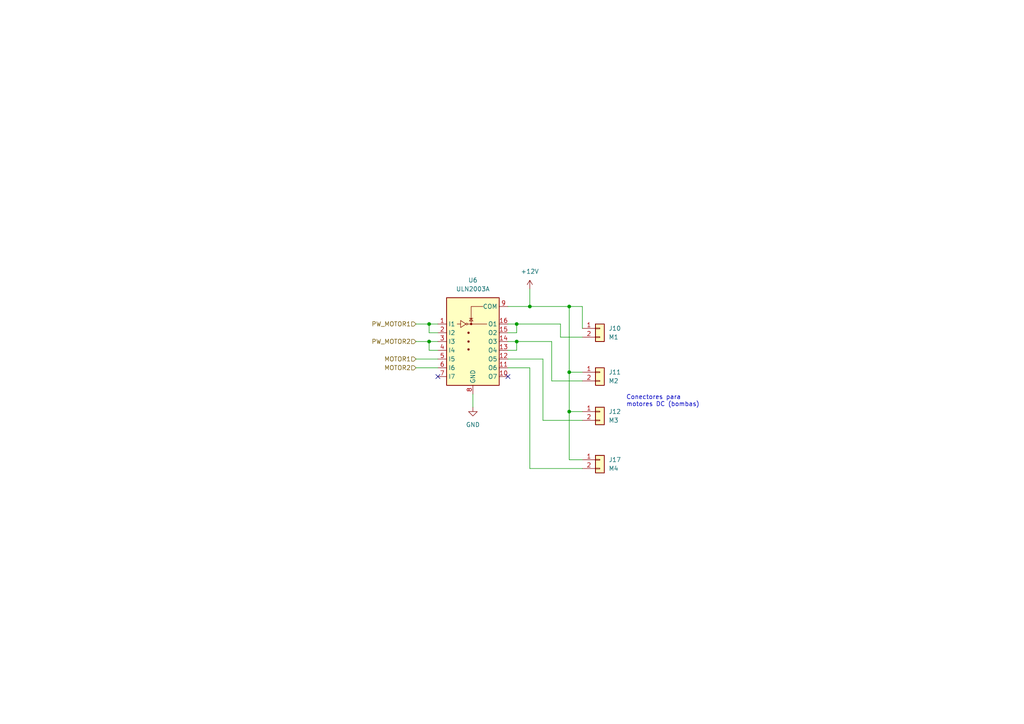
<source format=kicad_sch>
(kicad_sch (version 20211123) (generator eeschema)
  (paper "A4")
  (lib_symbols
    (symbol "Connector_Generic:Conn_01x02" (pin_names (offset 1.016) hide)
      (property "Reference" "J" (at 0 2.54 0))
      (property "Value" "Conn_01x02" (at 0 -5.08 0))
      (symbol "Conn_01x02_1_1"
        (rectangle (start -1.27 -2.413) (end 0 -2.667) (stroke (width 0.1524)))
        (rectangle (start -1.27 0.127) (end 0 -0.127) (stroke (width 0.1524)))
        (rectangle (start -1.27 1.27) (end 1.27 -3.81) (stroke (width 0.254)) (fill (type background)))
        (pin passive line (at -5.08 0 0) (length 3.81) (name "Pin_1") (number "1"))
        (pin passive line (at -5.08 -2.54 0) (length 3.81) (name "Pin_2") (number "2"))
      )
    )
    (symbol "Transistor_Array:ULN2003A"
      (property "Reference" "U" (at 0 15.875 0))
      (property "Value" "ULN2003A" (at 0 13.97 0))
      (symbol "ULN2003A_0_1"
        (rectangle (start -7.62 -12.7) (end 7.62 12.7) (stroke (width 0.254)) (fill (type background)))
        (circle (center -1.778 5.08) (radius 0.254))
        (circle (center -1.27 -2.286) (radius 0.254) (fill (type outline)))
        (circle (center -1.27 0) (radius 0.254) (fill (type outline)))
        (circle (center -1.27 2.54) (radius 0.254) (fill (type outline)))
        (circle (center -0.508 5.08) (radius 0.254) (fill (type outline)))
        (polyline (pts (xy -4.572 5.08) (xy -3.556 5.08)))
        (polyline (pts (xy -1.524 5.08) (xy 4.064 5.08)))
        (polyline (pts (xy 0 6.731) (xy -1.016 6.731)))
        (polyline (pts (xy -0.508 5.08) (xy -0.508 10.16) (xy 2.921 10.16)))
        (polyline (pts (xy -3.556 6.096) (xy -3.556 4.064) (xy -2.032 5.08) (xy -3.556 6.096)))
        (polyline (pts (xy 0 5.969) (xy -1.016 5.969) (xy -0.508 6.731) (xy 0 5.969)))
      )
      (symbol "ULN2003A_1_1"
        (pin input line (at -10.16 5.08 0) (length 2.54) (name "I1") (number "1"))
        (pin open_collector line (at 10.16 -10.16 180) (length 2.54) (name "O7") (number "10"))
        (pin open_collector line (at 10.16 -7.62 180) (length 2.54) (name "O6") (number "11"))
        (pin open_collector line (at 10.16 -5.08 180) (length 2.54) (name "O5") (number "12"))
        (pin open_collector line (at 10.16 -2.54 180) (length 2.54) (name "O4") (number "13"))
        (pin open_collector line (at 10.16 0 180) (length 2.54) (name "O3") (number "14"))
        (pin open_collector line (at 10.16 2.54 180) (length 2.54) (name "O2") (number "15"))
        (pin open_collector line (at 10.16 5.08 180) (length 2.54) (name "O1") (number "16"))
        (pin input line (at -10.16 2.54 0) (length 2.54) (name "I2") (number "2"))
        (pin input line (at -10.16 0 0) (length 2.54) (name "I3") (number "3"))
        (pin input line (at -10.16 -2.54 0) (length 2.54) (name "I4") (number "4"))
        (pin input line (at -10.16 -5.08 0) (length 2.54) (name "I5") (number "5"))
        (pin input line (at -10.16 -7.62 0) (length 2.54) (name "I6") (number "6"))
        (pin input line (at -10.16 -10.16 0) (length 2.54) (name "I7") (number "7"))
        (pin power_in line (at 0 -15.24 90) (length 2.54) (name "GND") (number "8"))
        (pin passive line (at 10.16 10.16 180) (length 2.54) (name "COM") (number "9"))
      )
    )
    (symbol "power:+12V" (power) (pin_names (offset 0))
      (property "Value" "+12V" (at 0 3.556 0))
      (symbol "+12V_0_1"
        (polyline (pts (xy -0.762 1.27) (xy 0 2.54)))
        (polyline (pts (xy 0 0) (xy 0 2.54)))
        (polyline (pts (xy 0 2.54) (xy 0.762 1.27)))
      )
      (symbol "+12V_1_1"
        (pin power_in line (at 0 0 90) (length 0) hide (name "+12V") (number "1"))
      )
    )
    (symbol "power:GND" (power) (pin_names (offset 0))
      (property "Value" "GND" (at 0 -3.81 0))
      (symbol "GND_0_1"
        (polyline (pts (xy 0 0) (xy 0 -1.27) (xy 1.27 -1.27) (xy 0 -2.54) (xy -1.27 -1.27) (xy 0 -1.27)))
      )
      (symbol "GND_1_1"
        (pin power_in line (at 0 0 270) (length 0) hide (name "GND") (number "1"))
      )
    )
  )
  (junction (at 165.1 88.9))
  (junction (at 124.46 99.06))
  (junction (at 165.1 107.95))
  (junction (at 153.67 88.9))
  (junction (at 149.86 99.06))
  (junction (at 124.46 93.98))
  (junction (at 165.1 119.38))
  (junction (at 149.86 93.98))
  (no_connect (at 147.32 109.22))
  (no_connect (at 127 109.22))
  (wire (pts (xy 124.46 101.6) (xy 127 101.6)))
  (wire (pts (xy 147.32 99.06) (xy 149.86 99.06)))
  (wire (pts (xy 168.91 95.25) (xy 168.91 88.9)))
  (wire (pts (xy 168.91 97.79) (xy 162.56 97.79)))
  (wire (pts (xy 168.91 119.38) (xy 165.1 119.38)))
  (wire (pts (xy 153.67 83.82) (xy 153.67 88.9)))
  (wire (pts (xy 160.02 99.06) (xy 149.86 99.06)))
  (wire (pts (xy 137.16 114.3) (xy 137.16 118.11)))
  (wire (pts (xy 149.86 93.98) (xy 149.86 96.52)))
  (wire (pts (xy 162.56 93.98) (xy 149.86 93.98)))
  (wire (pts (xy 165.1 133.35) (xy 165.1 119.38)))
  (wire (pts (xy 127 93.98) (xy 124.46 93.98)))
  (wire (pts (xy 153.67 88.9) (xy 165.1 88.9)))
  (wire (pts (xy 127 99.06) (xy 124.46 99.06)))
  (wire (pts (xy 165.1 88.9) (xy 168.91 88.9)))
  (wire (pts (xy 120.65 99.06) (xy 124.46 99.06)))
  (wire (pts (xy 147.32 93.98) (xy 149.86 93.98)))
  (wire (pts (xy 153.67 135.89) (xy 153.67 106.68)))
  (wire (pts (xy 153.67 106.68) (xy 147.32 106.68)))
  (wire (pts (xy 124.46 93.98) (xy 124.46 96.52)))
  (wire (pts (xy 149.86 96.52) (xy 147.32 96.52)))
  (wire (pts (xy 168.91 121.92) (xy 157.48 121.92)))
  (wire (pts (xy 147.32 88.9) (xy 153.67 88.9)))
  (wire (pts (xy 157.48 121.92) (xy 157.48 104.14)))
  (wire (pts (xy 168.91 133.35) (xy 165.1 133.35)))
  (wire (pts (xy 149.86 101.6) (xy 147.32 101.6)))
  (wire (pts (xy 168.91 107.95) (xy 165.1 107.95)))
  (wire (pts (xy 165.1 107.95) (xy 165.1 119.38)))
  (wire (pts (xy 149.86 99.06) (xy 149.86 101.6)))
  (wire (pts (xy 165.1 107.95) (xy 165.1 88.9)))
  (wire (pts (xy 120.65 106.68) (xy 127 106.68)))
  (wire (pts (xy 124.46 99.06) (xy 124.46 101.6)))
  (wire (pts (xy 160.02 110.49) (xy 160.02 99.06)))
  (wire (pts (xy 120.65 104.14) (xy 127 104.14)))
  (wire (pts (xy 120.65 93.98) (xy 124.46 93.98)))
  (wire (pts (xy 168.91 110.49) (xy 160.02 110.49)))
  (wire (pts (xy 168.91 135.89) (xy 153.67 135.89)))
  (wire (pts (xy 162.56 97.79) (xy 162.56 93.98)))
  (wire (pts (xy 124.46 96.52) (xy 127 96.52)))
  (wire (pts (xy 157.48 104.14) (xy 147.32 104.14)))
  (text "Conectores para\nmotores DC (bombas)" (at 181.61 118.11 0) (effects (font (size 1.27 1.27)) (justify left bottom)))
  (hierarchical_label "MOTOR2" (shape input) (at 120.65 106.68 180))
  (hierarchical_label "PW_MOTOR2" (shape input) (at 120.65 99.06 180))
  (hierarchical_label "PW_MOTOR1" (shape input) (at 120.65 93.98 180))
  (hierarchical_label "MOTOR1" (shape input) (at 120.65 104.14 180))
  (symbol (lib_id "power:+12V") (at 153.67 83.82 0) (unit 1)
    (property "Reference" "#PWR027" (effects hide))
    (property "Value" "+12V" (at 153.67 78.74 0))
  )
  (symbol (lib_id "Connector_Generic:Conn_01x02") (at 173.99 95.25 0) (unit 1)
    (property "Reference" "J10" (at 176.53 95.2499 0) (effects (justify left)))
    (property "Value" "M1" (at 176.53 97.7899 0) (effects (justify left)))
    (property "Footprint" "TerminalBlock:TerminalBlock_bornier-2_P5.08mm" (effects hide))
  )
  (symbol (lib_id "Connector_Generic:Conn_01x02") (at 173.99 119.38 0) (unit 1)
    (property "Reference" "J12" (at 176.53 119.3799 0) (effects (justify left)))
    (property "Value" "M3" (at 176.53 121.9199 0) (effects (justify left)))
    (property "Footprint" "TerminalBlock:TerminalBlock_bornier-2_P5.08mm" (effects hide))
  )
  (symbol (lib_id "Connector_Generic:Conn_01x02") (at 173.99 133.35 0) (unit 1)
    (property "Reference" "J17" (at 176.53 133.3499 0) (effects (justify left)))
    (property "Value" "M4" (at 176.53 135.89 0) (effects (justify left)))
    (property "Footprint" "TerminalBlock:TerminalBlock_bornier-2_P5.08mm" (effects hide))
  )
  (symbol (lib_id "Transistor_Array:ULN2003A") (at 137.16 99.06 0) (unit 1)
    (property "Reference" "U6" (at 137.16 81.28 0))
    (property "Value" "ULN2003A" (at 137.16 83.82 0))
    (property "Footprint" "Package_SO:SOIC-16_3.9x9.9mm_P1.27mm" (effects hide))
    (property "Datasheet" "http://www.ti.com/lit/ds/symlink/uln2003a.pdf" (effects hide))
  )
  (symbol (lib_id "Connector_Generic:Conn_01x02") (at 173.99 107.95 0) (unit 1)
    (property "Reference" "J11" (at 176.53 107.9499 0) (effects (justify left)))
    (property "Value" "M2" (at 176.53 110.4899 0) (effects (justify left)))
    (property "Footprint" "TerminalBlock:TerminalBlock_bornier-2_P5.08mm" (effects hide))
  )
  (symbol (lib_id "power:GND") (at 137.16 118.11 0) (unit 1)
    (property "Reference" "#PWR026" (effects hide))
    (property "Value" "GND" (at 137.16 123.19 0))
  )
)
</source>
